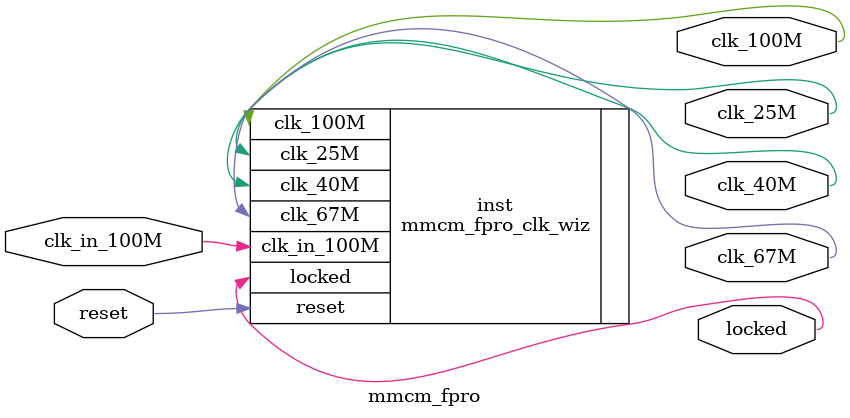
<source format=v>


`timescale 1ps/1ps

(* CORE_GENERATION_INFO = "mmcm_fpro,clk_wiz_v6_0_4_0_0,{component_name=mmcm_fpro,use_phase_alignment=true,use_min_o_jitter=false,use_max_i_jitter=false,use_dyn_phase_shift=false,use_inclk_switchover=false,use_dyn_reconfig=false,enable_axi=0,feedback_source=FDBK_AUTO,PRIMITIVE=MMCM,num_out_clk=4,clkin1_period=10.000,clkin2_period=10.000,use_power_down=false,use_reset=true,use_locked=true,use_inclk_stopped=false,feedback_type=SINGLE,CLOCK_MGR_TYPE=NA,manual_override=false}" *)

module mmcm_fpro 
 (
  // Clock out ports
  output        clk_100M,
  output        clk_25M,
  output        clk_40M,
  output        clk_67M,
  // Status and control signals
  input         reset,
  output        locked,
 // Clock in ports
  input         clk_in_100M
 );

  mmcm_fpro_clk_wiz inst
  (
  // Clock out ports  
  .clk_100M(clk_100M),
  .clk_25M(clk_25M),
  .clk_40M(clk_40M),
  .clk_67M(clk_67M),
  // Status and control signals               
  .reset(reset), 
  .locked(locked),
 // Clock in ports
  .clk_in_100M(clk_in_100M)
  );

endmodule

</source>
